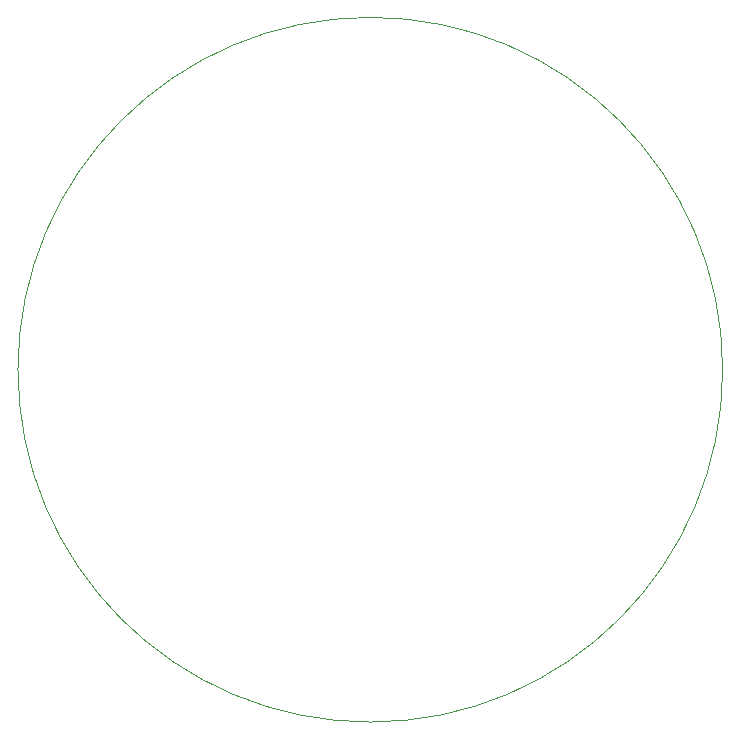
<source format=gbr>
%TF.GenerationSoftware,KiCad,Pcbnew,8.0.5+1*%
%TF.CreationDate,2024-09-26T11:29:30-04:00*%
%TF.ProjectId,GRRCoaster,47525243-6f61-4737-9465-722e6b696361,rev?*%
%TF.SameCoordinates,Original*%
%TF.FileFunction,Profile,NP*%
%FSLAX46Y46*%
G04 Gerber Fmt 4.6, Leading zero omitted, Abs format (unit mm)*
G04 Created by KiCad (PCBNEW 8.0.5+1) date 2024-09-26 11:29:30*
%MOMM*%
%LPD*%
G01*
G04 APERTURE LIST*
%TA.AperFunction,Profile*%
%ADD10C,0.050000*%
%TD*%
G04 APERTURE END LIST*
D10*
X76832868Y-47000000D02*
G75*
G02*
X17167132Y-47000000I-29832868J0D01*
G01*
X17167132Y-47000000D02*
G75*
G02*
X76832868Y-47000000I29832868J0D01*
G01*
M02*

</source>
